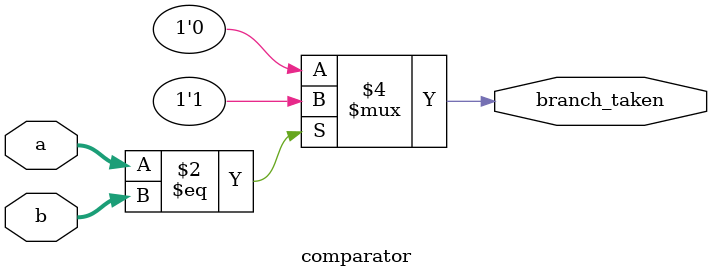
<source format=v>
`timescale 1ns / 1ps
module comparator(
input [31:0] a,
input [31:0] b,
output reg branch_taken
    );

always@(*)
begin

if (a==b)
branch_taken=1;

else branch_taken=0;


end
endmodule

</source>
